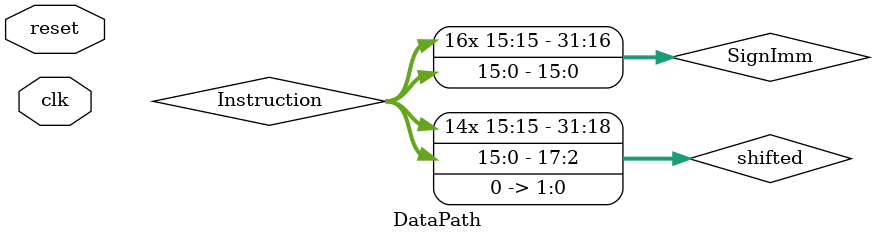
<source format=v>
module DataPath(clk, reset);
	input reset, clk;
	
	reg [31:0] PC;
	wire [31:0] PC_next;
	always @(posedge reset or posedge clk)
		if (reset)
			PC <= 32'h00000000;
		else
			PC <= PC_next;
	
	// PC ALU:
	wire [31:0] PC_plus4;
	assign PC_plus4 = PC + 32'd4;
	
	wire [31:0] Instruction;
	InstructionMemory imem1(.A(PC), .RD(Instruction));
	
	wire MemtoReg;
	wire MemWrite;
	wire PCSrc;
	wire RegDst;
	wire RegWrite;
	wire SgnZero;
	wire Branch;
	wire [3:0] ALUOp;
	wire ALUSrc;
 
	// Mane Controller:
	Control control(
		.OpCode(Instruction[31:26]), .Funct(Instruction[5:0]), .Zero(Zero),
		.PCSrc(PCSrc), .RegWrite(RegWrite), .RegDst(RegDst), 
		.MemWrite(MemWrite), .MemtoReg(MemtoReg), .SgnZero(SgnZero),
		.ALUSrc(ALUSrc), .ALUOp(ALUOp));
	
	wire [31:0] SrcA, SrcB, Result;
	wire [4:0] Write_register;
	
	assign Write_register = (RegDst)? Instruction[20:16]:Instruction[15:11];
	
	//register file:
	regfile regfile1(.clk(clk), .A1(Instruction[25:21]), .A2(Instruction[20:16]), .WriteReg(Write_register),
		.WD(Result), .WE(RegWrite), .RD1(SrcA), .RD2(RD2));
	
	//Sign Extend:
	wire [31:0] SignImm;
	assign SignImm = {{16{Instruction[15]}}, Instruction[15:0]};
	
	wire [31:0] ALUResult;
	
	assign SrcB = ALUSrc? SignImm: RD2;
	
	//ALU1:
	alu alu1(.A(SrcA), .B(SrcB), .ALUCon(ALUCtl), .Y(ALUResult), .Z(Zero));
	
	//Data Memory:
	wire [31:0] Read_data;
	dmem dmem(.clk(clk), .WE(MemWrite), .A(ALUResult), .WD(SrcB), .RD(Read_data), .MemReady(MemRead));
	
	assign Result = (MemtoReg)? Read_data: ALUResult;
	
	//shift unit:
	wire [31:0] shifted;
	assign shifted = {SignImm[29:0], 2'b00};
	
	//ALU2
	wire [31:0] PCBranch;
	assign PCBranch = PC_plus4 + shifted;

    //MUX_PC
	assign PC_next = (PCSrc)? PCBranch : PC_plus4;

endmodule   
</source>
